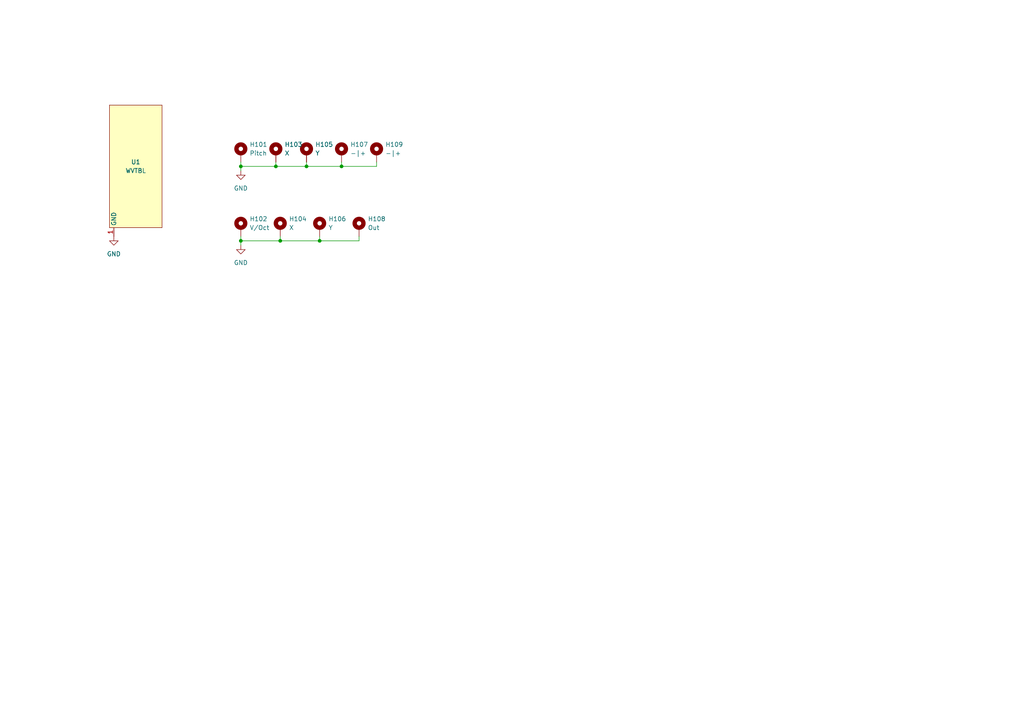
<source format=kicad_sch>
(kicad_sch (version 20211123) (generator eeschema)
  (paper "A4")
  (lib_symbols
    (symbol "Mechanical:MountingHole_Pad" (pin_numbers hide) (pin_names (offset 1.016) hide)
      (property "Reference" "H" (at 0 6.35 0))
      (property "Value" "MountingHole_Pad" (at 0 4.445 0))
      (symbol "MountingHole_Pad_0_1"
        (circle (center 0 1.27) (radius 1.27) (stroke (width 1.27)))
      )
      (symbol "MountingHole_Pad_1_1"
        (pin input line (at 0 -2.54 90) (length 2.54) (name "1") (number "1"))
      )
    )
    (symbol "WITNS_EURORACK:FACEPLATE"
      (property "Reference" "U" (at 0 19.05 0))
      (property "Value" "FACEPLATE" (at 0 -19.05 0))
      (symbol "FACEPLATE_0_1"
        (rectangle (start -7.62 17.78) (end 7.62 -17.78) (fill (type background)))
      )
      (symbol "FACEPLATE_1_1"
        (pin power_in line (at -6.35 -20.32 90) (length 2.54) (name "GND") (number "1"))
      )
    )
    (symbol "power:GND" (power) (pin_names (offset 0))
      (property "Value" "GND" (at 0 -3.81 0))
      (symbol "GND_0_1"
        (polyline (pts (xy 0 0) (xy 0 -1.27) (xy 1.27 -1.27) (xy 0 -2.54) (xy -1.27 -1.27) (xy 0 -1.27)))
      )
      (symbol "GND_1_1"
        (pin power_in line (at 0 0 270) (length 0) hide (name "GND") (number "1"))
      )
    )
  )
  (junction (at 69.85 48.26))
  (junction (at 88.9 48.26))
  (junction (at 81.28 69.85))
  (junction (at 80.01 48.26))
  (junction (at 99.06 48.26))
  (junction (at 69.85 69.85))
  (junction (at 92.71 69.85))
  (wire (pts (xy 80.01 48.26) (xy 88.9 48.26)))
  (wire (pts (xy 81.28 69.85) (xy 92.71 69.85)))
  (wire (pts (xy 104.14 69.85) (xy 104.14 68.58)))
  (wire (pts (xy 69.85 68.58) (xy 69.85 69.85)))
  (wire (pts (xy 69.85 69.85) (xy 81.28 69.85)))
  (wire (pts (xy 88.9 46.99) (xy 88.9 48.26)))
  (wire (pts (xy 109.22 48.26) (xy 109.22 46.99)))
  (wire (pts (xy 99.06 48.26) (xy 109.22 48.26)))
  (wire (pts (xy 88.9 48.26) (xy 99.06 48.26)))
  (wire (pts (xy 69.85 48.26) (xy 69.85 49.53)))
  (wire (pts (xy 81.28 68.58) (xy 81.28 69.85)))
  (wire (pts (xy 92.71 69.85) (xy 104.14 69.85)))
  (wire (pts (xy 69.85 69.85) (xy 69.85 71.12)))
  (wire (pts (xy 92.71 68.58) (xy 92.71 69.85)))
  (wire (pts (xy 69.85 46.99) (xy 69.85 48.26)))
  (wire (pts (xy 69.85 48.26) (xy 80.01 48.26)))
  (wire (pts (xy 99.06 46.99) (xy 99.06 48.26)))
  (wire (pts (xy 80.01 46.99) (xy 80.01 48.26)))
  (symbol (lib_id "Mechanical:MountingHole_Pad") (at 69.85 44.45 0) (unit 1)
    (property "Reference" "H101" (at 72.39 41.9099 0) (effects (justify left)))
    (property "Value" "Pitch" (at 72.39 44.4499 0) (effects (justify left)))
    (property "Footprint" "WITNS:EncoderHole_9.4mm_M9_Pad" (effects hide))
  )
  (symbol (lib_id "Mechanical:MountingHole_Pad") (at 99.06 44.45 0) (unit 1)
    (property "Reference" "H107" (at 101.6 41.9099 0) (effects (justify left)))
    (property "Value" "-|+" (at 101.6 44.4499 0) (effects (justify left)))
    (property "Footprint" "WITNS:PotentiometerHole_7.4mm_M7_Pad" (effects hide))
  )
  (symbol (lib_id "Mechanical:MountingHole_Pad") (at 69.85 66.04 0) (unit 1)
    (property "Reference" "H102" (at 72.39 63.4999 0) (effects (justify left)))
    (property "Value" "V/Oct" (at 72.39 66.0399 0) (effects (justify left)))
    (property "Footprint" "WITNS:Thonkiconn_6.4mm_M6_Pad" (effects hide))
  )
  (symbol (lib_id "Mechanical:MountingHole_Pad") (at 109.22 44.45 0) (unit 1)
    (property "Reference" "H109" (at 111.76 41.9099 0) (effects (justify left)))
    (property "Value" "-|+" (at 111.76 44.4499 0) (effects (justify left)))
    (property "Footprint" "WITNS:PotentiometerHole_7.4mm_M7_Pad" (effects hide))
  )
  (symbol (lib_id "Mechanical:MountingHole_Pad") (at 92.71 66.04 0) (unit 1)
    (property "Reference" "H106" (at 95.25 63.4999 0) (effects (justify left)))
    (property "Value" "Y" (at 95.25 66.0399 0) (effects (justify left)))
    (property "Footprint" "WITNS:Thonkiconn_6.4mm_M6_Pad" (effects hide))
  )
  (symbol (lib_id "power:GND") (at 33.02 68.58 0) (unit 1)
    (property "Reference" "#PWR0101" (effects hide))
    (property "Value" "GND" (at 33.02 73.66 0))
  )
  (symbol (lib_id "power:GND") (at 69.85 71.12 0) (unit 1)
    (property "Reference" "#PWR0103" (effects hide))
    (property "Value" "GND" (at 69.85 76.2 0))
  )
  (symbol (lib_id "Mechanical:MountingHole_Pad") (at 81.28 66.04 0) (unit 1)
    (property "Reference" "H104" (at 83.82 63.4999 0) (effects (justify left)))
    (property "Value" "X" (at 83.82 66.0399 0) (effects (justify left)))
    (property "Footprint" "WITNS:Thonkiconn_6.4mm_M6_Pad" (effects hide))
  )
  (symbol (lib_id "Mechanical:MountingHole_Pad") (at 88.9 44.45 0) (unit 1)
    (property "Reference" "H105" (at 91.44 41.9099 0) (effects (justify left)))
    (property "Value" "Y" (at 91.44 44.4499 0) (effects (justify left)))
    (property "Footprint" "WITNS:PotentiometerHole_7.4mm_M7_Pad" (effects hide))
  )
  (symbol (lib_id "power:GND") (at 69.85 49.53 0) (unit 1)
    (property "Reference" "#PWR0102" (effects hide))
    (property "Value" "GND" (at 69.85 54.61 0))
  )
  (symbol (lib_id "WITNS_EURORACK:FACEPLATE") (at 39.37 48.26 0) (unit 1)
    (property "Reference" "U1" (at 39.37 46.99 0))
    (property "Value" "WVTBL" (at 39.37 49.53 0))
    (property "Footprint" "WITNS:FACEPLATE_6HP" (effects hide))
  )
  (symbol (lib_id "Mechanical:MountingHole_Pad") (at 104.14 66.04 0) (unit 1)
    (property "Reference" "H108" (at 106.68 63.4999 0) (effects (justify left)))
    (property "Value" "Out" (at 106.68 66.0399 0) (effects (justify left)))
    (property "Footprint" "WITNS:Thonkiconn_6.4mm_M6_Pad" (effects hide))
  )
  (symbol (lib_id "Mechanical:MountingHole_Pad") (at 80.01 44.45 0) (unit 1)
    (property "Reference" "H103" (at 82.55 41.9099 0) (effects (justify left)))
    (property "Value" "X" (at 82.55 44.4499 0) (effects (justify left)))
    (property "Footprint" "WITNS:PotentiometerHole_7.4mm_M7_Pad" (effects hide))
  )
)
</source>
